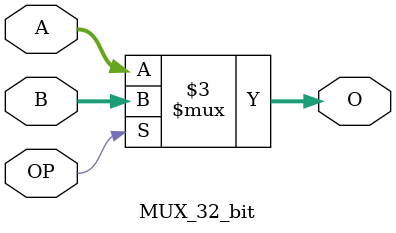
<source format=v>
module MUX_32_bit #(parameter WIDTH = 32) (OP,A,B,O);
input [WIDTH-1:0] A,B;
input OP;
output reg [WIDTH-1:0] O;
always @(*) begin
O=(OP==0)?A:B;
end
endmodule

</source>
